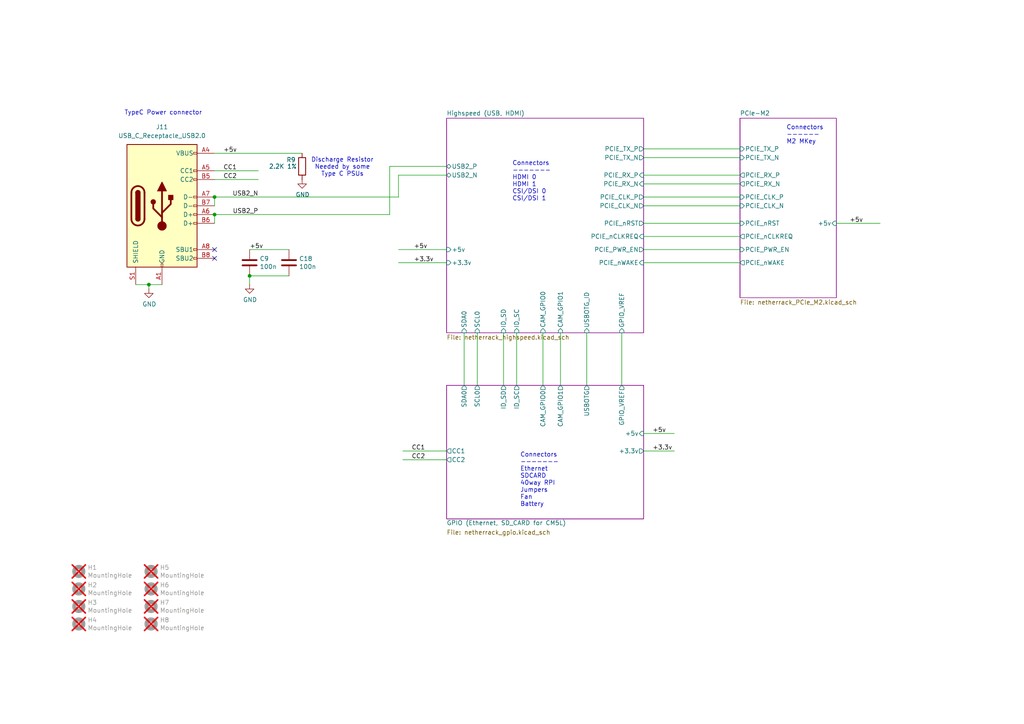
<source format=kicad_sch>
(kicad_sch (version 20250114) (generator "eeschema") (generator_version "9.0")
  (paper "A4")
  (title_block (title "Netherrack Home Server") (rev "1") (comment 1 "Source: raspberrypi.com"))
  (lib_symbols
    (symbol "Connector:USB_C_Receptacle_USB2.0_16P" (pin_names (offset 1.016))
      (property "Reference" "J" (at 0 22.225 0))
      (property "Value" "USB_C_Receptacle_USB2.0_16P" (at 0 19.685 0))
      (symbol "USB_C_Receptacle_USB2.0_16P_0_0"
        (rectangle (start -0.254 -17.78) (end 0.254 -16.764))
        (rectangle (start 10.16 15.494) (end 9.144 14.986))
        (rectangle (start 10.16 10.414) (end 9.144 9.906))
        (rectangle (start 10.16 7.874) (end 9.144 7.366))
        (rectangle (start 10.16 2.794) (end 9.144 2.286))
        (rectangle (start 10.16 0.254) (end 9.144 -0.254))
        (rectangle (start 10.16 -2.286) (end 9.144 -2.794))
        (rectangle (start 10.16 -4.826) (end 9.144 -5.334))
        (rectangle (start 10.16 -12.446) (end 9.144 -12.954))
        (rectangle (start 10.16 -14.986) (end 9.144 -15.494))
      )
      (symbol "USB_C_Receptacle_USB2.0_16P_0_1"
        (rectangle (start -10.16 17.78) (end 10.16 -17.78) (stroke (width 0.254)) (fill (type background)))
        (polyline (pts (xy -8.89 -3.81) (xy -8.89 3.81)) (stroke (width 0.508)))
        (rectangle (start -7.62 -3.81) (end -6.35 3.81) (stroke (width 0.254)) (fill (type outline)))
        (arc (start -7.62 3.81) (mid -6.985 4.4423) (end -6.35 3.81) (stroke (width 0.254)))
        (arc (start -7.62 3.81) (mid -6.985 4.4423) (end -6.35 3.81) (stroke (width 0.254)) (fill (type outline)))
        (arc (start -8.89 3.81) (mid -6.985 5.7067) (end -5.08 3.81) (stroke (width 0.508)))
        (arc (start -5.08 -3.81) (mid -6.985 -5.7067) (end -8.89 -3.81) (stroke (width 0.508)))
        (arc (start -6.35 -3.81) (mid -6.985 -4.4423) (end -7.62 -3.81) (stroke (width 0.254)))
        (arc (start -6.35 -3.81) (mid -6.985 -4.4423) (end -7.62 -3.81) (stroke (width 0.254)) (fill (type outline)))
        (polyline (pts (xy -5.08 3.81) (xy -5.08 -3.81)) (stroke (width 0.508)))
        (circle (center -2.54 1.143) (radius 0.635) (stroke (width 0.254)) (fill (type outline)))
        (polyline (pts (xy -1.27 4.318) (xy 0 6.858) (xy 1.27 4.318) (xy -1.27 4.318)) (stroke (width 0.254)) (fill (type outline)))
        (polyline (pts (xy 0 -2.032) (xy 2.54 0.508) (xy 2.54 1.778)) (stroke (width 0.508)))
        (polyline (pts (xy 0 -3.302) (xy -2.54 -0.762) (xy -2.54 0.508)) (stroke (width 0.508)))
        (polyline (pts (xy 0 -5.842) (xy 0 4.318)) (stroke (width 0.508)))
        (circle (center 0 -5.842) (radius 1.27) (fill (type outline)))
        (rectangle (start 1.905 1.778) (end 3.175 3.048) (stroke (width 0.254)) (fill (type outline)))
      )
      (symbol "USB_C_Receptacle_USB2.0_16P_1_1"
        (pin passive line (at -7.62 -22.86 90) (length 5.08) (name "SHIELD") (number "S1"))
        (pin passive line (at 0 -22.86 90) (length 5.08) (name "GND") (number "A1"))
        (pin passive line (at 0 -22.86 90) (length 5.08) (hide yes) (name "GND") (number "A12"))
        (pin passive line (at 0 -22.86 90) (length 5.08) (hide yes) (name "GND") (number "B1"))
        (pin passive line (at 0 -22.86 90) (length 5.08) (hide yes) (name "GND") (number "B12"))
        (pin passive line (at 15.24 15.24 180) (length 5.08) (name "VBUS") (number "A4"))
        (pin passive line (at 15.24 15.24 180) (length 5.08) (hide yes) (name "VBUS") (number "A9"))
        (pin passive line (at 15.24 15.24 180) (length 5.08) (hide yes) (name "VBUS") (number "B4"))
        (pin passive line (at 15.24 15.24 180) (length 5.08) (hide yes) (name "VBUS") (number "B9"))
        (pin bidirectional line (at 15.24 10.16 180) (length 5.08) (name "CC1") (number "A5"))
        (pin bidirectional line (at 15.24 7.62 180) (length 5.08) (name "CC2") (number "B5"))
        (pin bidirectional line (at 15.24 2.54 180) (length 5.08) (name "D-") (number "A7"))
        (pin bidirectional line (at 15.24 0 180) (length 5.08) (name "D-") (number "B7"))
        (pin bidirectional line (at 15.24 -2.54 180) (length 5.08) (name "D+") (number "A6"))
        (pin bidirectional line (at 15.24 -5.08 180) (length 5.08) (name "D+") (number "B6"))
        (pin bidirectional line (at 15.24 -12.7 180) (length 5.08) (name "SBU1") (number "A8"))
        (pin bidirectional line (at 15.24 -15.24 180) (length 5.08) (name "SBU2") (number "B8"))
      )
    )
    (symbol "Device:C" (pin_numbers (hide yes)) (pin_names (offset 0.254))
      (property "Reference" "C" (at 0.635 2.54 0))
      (property "Value" "C" (at 0.635 -2.54 0))
      (symbol "C_0_1"
        (polyline (pts (xy -2.032 0.762) (xy 2.032 0.762)) (stroke (width 0.508)))
        (polyline (pts (xy -2.032 -0.762) (xy 2.032 -0.762)) (stroke (width 0.508)))
      )
      (symbol "C_1_1"
        (pin passive line (at 0 3.81 270) (length 2.794) (name "~") (number "1"))
        (pin passive line (at 0 -3.81 90) (length 2.794) (name "~") (number "2"))
      )
    )
    (symbol "Device:R" (pin_numbers (hide yes)) (pin_names (offset 0))
      (property "Reference" "R" (at 2.032 0 90))
      (property "Value" "R" (at 0 0 90))
      (symbol "R_0_1"
        (rectangle (start -1.016 -2.54) (end 1.016 2.54) (stroke (width 0.254)))
      )
      (symbol "R_1_1"
        (pin passive line (at 0 3.81 270) (length 1.27) (name "~") (number "1"))
        (pin passive line (at 0 -3.81 90) (length 1.27) (name "~") (number "2"))
      )
    )
    (symbol "Mechanical:MountingHole" (pin_names (offset 1.016))
      (property "Reference" "H" (at 0 5.08 0))
      (property "Value" "MountingHole" (at 0 3.175 0))
      (symbol "MountingHole_0_1"
        (circle (center 0 0) (radius 1.27) (stroke (width 1.27)))
      )
    )
    (symbol "power:GND" (power) (pin_numbers (hide yes)) (pin_names (offset 0) (hide yes))
      (property "Value" "GND" (at 0 -3.81 0))
      (symbol "GND_0_1"
        (polyline (pts (xy 0 0) (xy 0 -1.27) (xy 1.27 -1.27) (xy 0 -2.54) (xy -1.27 -1.27) (xy 0 -1.27)))
      )
      (symbol "GND_1_1"
        (pin power_in line (at 0 0 270) (length 0) (name "~") (number "1"))
      )
    )
  )
  (text "Connectors\n-------\nEthernet\nSDCARD\n40way RPI\nJumpers\nFan\nBattery" (at 150.876 147.066 0) (effects (font (size 1.27 1.27)) (justify left bottom)))
  (text "Connectors\n------\nM2 MKey" (at 228.092 41.91 0) (effects (font (size 1.27 1.27)) (justify left bottom)))
  (text "Discharge Resistor\nNeeded by some\nType C PSUs" (at 99.314 48.514 0) (effects (font (size 1.27 1.27))))
  (text "TypeC Power connector" (at 36.068 33.528 0) (effects (font (size 1.27 1.27)) (justify left bottom)))
  (text "Connectors\n-------\nHDMI 0\nHDMI 1\nCSI/DSI 0\nCSI/DSI 1" (at 148.59 58.42 0) (effects (font (size 1.27 1.27)) (justify left bottom)))
  (junction (at 43.18 82.55))
  (junction (at 72.39 80.01))
  (junction (at 62.23 62.23))
  (junction (at 62.23 57.15))
  (no_connect (at 62.23 74.93))
  (no_connect (at 62.23 72.39))
  (wire (pts (xy 115.57 76.2) (xy 129.54 76.2)))
  (wire (pts (xy 186.69 130.81) (xy 195.58 130.81)))
  (wire (pts (xy 180.34 96.52) (xy 180.34 111.76)))
  (wire (pts (xy 113.03 48.26) (xy 129.54 48.26)))
  (wire (pts (xy 186.69 53.34) (xy 214.63 53.34)))
  (wire (pts (xy 62.23 52.07) (xy 74.93 52.07)))
  (wire (pts (xy 186.69 68.58) (xy 214.63 68.58)))
  (wire (pts (xy 115.57 57.15) (xy 115.57 50.8)))
  (wire (pts (xy 43.18 83.82) (xy 43.18 82.55)))
  (wire (pts (xy 134.62 96.52) (xy 134.62 111.76)))
  (wire (pts (xy 186.69 43.18) (xy 214.63 43.18)))
  (wire (pts (xy 72.39 80.01) (xy 83.82 80.01)))
  (wire (pts (xy 62.23 62.23) (xy 113.03 62.23)))
  (wire (pts (xy 149.86 96.52) (xy 149.86 111.76)))
  (wire (pts (xy 138.43 96.52) (xy 138.43 111.76)))
  (wire (pts (xy 116.84 133.35) (xy 129.54 133.35)))
  (wire (pts (xy 186.69 57.15) (xy 214.63 57.15)))
  (wire (pts (xy 157.48 96.52) (xy 157.48 111.76)))
  (wire (pts (xy 113.03 48.26) (xy 113.03 62.23)))
  (wire (pts (xy 162.56 96.52) (xy 162.56 111.76)))
  (wire (pts (xy 186.69 50.8) (xy 214.63 50.8)))
  (wire (pts (xy 72.39 80.01) (xy 72.39 82.55)))
  (wire (pts (xy 170.18 96.52) (xy 170.18 111.76)))
  (wire (pts (xy 186.69 64.77) (xy 214.63 64.77)))
  (wire (pts (xy 62.23 44.45) (xy 87.63 44.45)))
  (wire (pts (xy 62.23 62.23) (xy 62.23 64.77)))
  (wire (pts (xy 72.39 72.39) (xy 83.82 72.39)))
  (wire (pts (xy 242.57 64.77) (xy 255.27 64.77)))
  (wire (pts (xy 186.69 72.39) (xy 214.63 72.39)))
  (wire (pts (xy 43.18 82.55) (xy 46.99 82.55)))
  (wire (pts (xy 186.69 59.69) (xy 214.63 59.69)))
  (wire (pts (xy 39.37 82.55) (xy 43.18 82.55)))
  (wire (pts (xy 62.23 49.53) (xy 74.93 49.53)))
  (wire (pts (xy 146.05 96.52) (xy 146.05 111.76)))
  (wire (pts (xy 186.69 125.73) (xy 195.58 125.73)))
  (wire (pts (xy 62.23 57.15) (xy 62.23 59.69)))
  (wire (pts (xy 116.84 130.81) (xy 129.54 130.81)))
  (wire (pts (xy 115.57 72.39) (xy 129.54 72.39)))
  (wire (pts (xy 115.57 50.8) (xy 129.54 50.8)))
  (wire (pts (xy 186.69 45.72) (xy 214.63 45.72)))
  (wire (pts (xy 62.23 57.15) (xy 115.57 57.15)))
  (wire (pts (xy 186.69 76.2) (xy 214.63 76.2)))
  (label "+5v" (at 72.39 72.39 0))
  (label "CC1" (at 119.38 130.81 0))
  (label "CC2" (at 119.38 133.35 0))
  (label "+5v" (at 246.38 64.77 0))
  (label "+5v" (at 189.23 125.73 0))
  (label "+5v" (at 120.015 72.39 0))
  (label "USB2_P" (at 74.93 62.23 180))
  (label "CC1" (at 64.77 49.53 0))
  (label "USB2_N" (at 74.93 57.15 180))
  (label "+3.3v" (at 189.23 130.81 0))
  (label "+3.3v" (at 120.015 76.2 0))
  (label "CC2" (at 64.77 52.07 0))
  (label "+5v" (at 64.77 44.45 0))
  (symbol (lib_id "Mechanical:MountingHole") (at 22.86 180.975 0) (unit 1) (exclude_from_sim yes) (in_bom no) (dnp yes)
    (property "Reference" "H4" (at 25.4 179.832 0) (effects (justify left)))
    (property "Value" "MountingHole" (at 25.4 182.118 0) (effects (justify left)))
    (property "Footprint" "CM5IO:MountingHole_2.7mm_M2.5_DIN965" (effects (hide yes)))
    (property "Field4" "nf" (effects (hide yes)))
    (property "Field5" "nf" (effects (hide yes)))
    (property "Field6" "nf" (effects (hide yes)))
    (property "Field7" "nf" (effects (hide yes)))
    (property "Part Description" "M2.5 mounting hole" (effects (hide yes)))
  )
  (symbol (lib_id "Mechanical:MountingHole") (at 22.86 175.895 0) (unit 1) (exclude_from_sim yes) (in_bom no) (dnp yes)
    (property "Reference" "H3" (at 25.4 174.752 0) (effects (justify left)))
    (property "Value" "MountingHole" (at 25.4 177.038 0) (effects (justify left)))
    (property "Footprint" "CM5IO:MountingHole_2.7mm_M2.5_DIN965" (effects (hide yes)))
    (property "Field4" "nf" (effects (hide yes)))
    (property "Field5" "nf" (effects (hide yes)))
    (property "Field6" "nf" (effects (hide yes)))
    (property "Field7" "nf" (effects (hide yes)))
    (property "Part Description" "M2.5 mounting hole" (effects (hide yes)))
  )
  (symbol (lib_id "Mechanical:MountingHole") (at 22.86 170.815 0) (unit 1) (exclude_from_sim yes) (in_bom no) (dnp yes)
    (property "Reference" "H2" (at 25.4 169.672 0) (effects (justify left)))
    (property "Value" "MountingHole" (at 25.4 171.958 0) (effects (justify left)))
    (property "Footprint" "CM5IO:MountingHole_2.7mm_M2.5_DIN965" (effects (hide yes)))
    (property "Field4" "nf" (effects (hide yes)))
    (property "Field5" "nf" (effects (hide yes)))
    (property "Field6" "nf" (effects (hide yes)))
    (property "Field7" "nf" (effects (hide yes)))
    (property "Part Description" "M2.5 mounting hole" (effects (hide yes)))
  )
  (symbol (lib_id "Mechanical:MountingHole") (at 22.86 165.735 0) (unit 1) (exclude_from_sim yes) (in_bom no) (dnp yes)
    (property "Reference" "H1" (at 25.4 164.592 0) (effects (justify left)))
    (property "Value" "MountingHole" (at 25.4 166.878 0) (effects (justify left)))
    (property "Footprint" "CM5IO:MountingHole_2.7mm_M2.5_DIN965" (effects (hide yes)))
    (property "Field4" "nf" (effects (hide yes)))
    (property "Field5" "nf" (effects (hide yes)))
    (property "Field6" "nf" (effects (hide yes)))
    (property "Field7" "nf" (effects (hide yes)))
    (property "Part Description" "M2.5 mounting hole" (effects (hide yes)))
  )
  (symbol (lib_id "Mechanical:MountingHole") (at 43.815 165.735 0) (unit 1) (exclude_from_sim yes) (in_bom no) (dnp yes)
    (property "Reference" "H5" (at 46.355 164.592 0) (effects (justify left)))
    (property "Value" "MountingHole" (at 46.355 166.878 0) (effects (justify left)))
    (property "Footprint" "CM5IO:MountingHole_2.7mm_M2.5_DIN965" (effects (hide yes)))
    (property "Field4" "nf" (effects (hide yes)))
    (property "Field5" "nf" (effects (hide yes)))
    (property "Field6" "nf" (effects (hide yes)))
    (property "Field7" "nf" (effects (hide yes)))
    (property "Part Description" "M2.5 mounting hole" (effects (hide yes)))
  )
  (symbol (lib_id "Mechanical:MountingHole") (at 43.815 180.975 0) (unit 1) (exclude_from_sim yes) (in_bom no) (dnp yes)
    (property "Reference" "H8" (at 46.355 179.832 0) (effects (justify left)))
    (property "Value" "MountingHole" (at 46.355 182.118 0) (effects (justify left)))
    (property "Footprint" "CM5IO:MountingHole_2.7mm_M2.5_DIN965" (effects (hide yes)))
    (property "Field4" "nf" (effects (hide yes)))
    (property "Field5" "nf" (effects (hide yes)))
    (property "Field6" "nf" (effects (hide yes)))
    (property "Field7" "nf" (effects (hide yes)))
    (property "Part Description" "M2.5 mounting hole" (effects (hide yes)))
  )
  (symbol (lib_id "Mechanical:MountingHole") (at 43.815 175.895 0) (unit 1) (exclude_from_sim yes) (in_bom no) (dnp yes)
    (property "Reference" "H7" (at 46.355 174.752 0) (effects (justify left)))
    (property "Value" "MountingHole" (at 46.355 177.038 0) (effects (justify left)))
    (property "Footprint" "CM5IO:MountingHole_2.7mm_M2.5_DIN965" (effects (hide yes)))
    (property "Field4" "nf" (effects (hide yes)))
    (property "Field5" "nf" (effects (hide yes)))
    (property "Field6" "nf" (effects (hide yes)))
    (property "Field7" "nf" (effects (hide yes)))
    (property "Part Description" "M2.5 mounting hole" (effects (hide yes)))
  )
  (symbol (lib_id "Mechanical:MountingHole") (at 43.815 170.815 0) (unit 1) (exclude_from_sim yes) (in_bom no) (dnp yes)
    (property "Reference" "H6" (at 46.355 169.672 0) (effects (justify left)))
    (property "Value" "MountingHole" (at 46.355 171.958 0) (effects (justify left)))
    (property "Footprint" "CM5IO:MountingHole_2.7mm_M2.5_DIN965" (effects (hide yes)))
    (property "Field4" "nf" (effects (hide yes)))
    (property "Field5" "nf" (effects (hide yes)))
    (property "Field6" "nf" (effects (hide yes)))
    (property "Field7" "nf" (effects (hide yes)))
    (property "Part Description" "M2.5 mounting hole" (effects (hide yes)))
  )
  (symbol (lib_id "power:GND") (at 87.63 52.07 0) (unit 1)
    (property "Reference" "#PWR031" (effects (hide yes)))
    (property "Value" "GND" (at 87.757 56.4642 0))
    (property "Description" "Power symbol creates a global label with name \"GND\" , ground" (effects (hide yes)))
  )
  (symbol (lib_id "Device:C") (at 83.82 76.2 0) (unit 1)
    (property "Reference" "C18" (at 86.741 75.0316 0) (effects (justify left)))
    (property "Value" "100n" (at 86.741 77.343 0) (effects (justify left)))
    (property "Footprint" "Capacitor_SMD:C_0402_1005Metric" (effects (hide yes)))
    (property "Datasheet" "https://search.murata.co.jp/Ceramy/image/img/A01X/G101/ENG/GRM155R71C104KA88-01.pdf" (effects (hide yes)))
    (property "Field4" "Farnell" (effects (hide yes)))
    (property "Field5" "2611911" (effects (hide yes)))
    (property "Field6" "RM EMK105 B7104KV-F" (effects (hide yes)))
    (property "Field7" "TAIYO YUDEN EUROPE GMBH" (effects (hide yes)))
    (property "Field8" "110091611" (effects (hide yes)))
    (property "Part Description" "	0.1uF 10% 16V Ceramic Capacitor X7R 0402 (1005 Metric)" (effects (hide yes)))
  )
  (symbol (lib_id "Connector:USB_C_Receptacle_USB2.0_16P") (at 46.99 59.69 0) (unit 1)
    (property "Reference" "J11" (at 46.99 36.83 0))
    (property "Value" "USB_C_Receptacle_USB2.0" (at 46.99 39.37 0))
    (property "Footprint" "Connector_USB:USB_C_Receptacle_GCT_USB4105-xx-A_16P_TopMnt_Horizontal" (effects (hide yes)))
    (property "Datasheet" "https://www.usb.org/sites/default/files/documents/usb_type-c.zip" (effects (hide yes)))
    (property "Field5" "USBF31-0171" (effects (hide yes)))
    (property "Field6" "USBF31-0171" (effects (hide yes)))
    (property "Field7" "MTCONN" (effects (hide yes)))
    (property "Part Description" "USBC USB2 data and power connector" (effects (hide yes)))
  )
  (symbol (lib_id "Device:R") (at 87.63 48.26 0) (unit 1)
    (property "Reference" "R9" (at 83.058 46.355 0) (effects (justify left)))
    (property "Value" "2.2K 1%" (at 77.978 48.26 0) (effects (justify left)))
    (property "Footprint" "Resistor_SMD:R_0402_1005Metric" (effects (hide yes)))
    (property "Datasheet" "https://fscdn.rohm.com/en/products/databook/datasheet/passive/resistor/chip_resistor/mcr-e.pdf" (effects (hide yes)))
    (property "Field4" "Farnell" (effects (hide yes)))
    (property "Part Description" "Resistor 2.2K M1005 1% 63mW" (effects (hide yes)))
  )
  (symbol (lib_id "Device:C") (at 72.39 76.2 0) (unit 1)
    (property "Reference" "C9" (at 75.311 75.0316 0) (effects (justify left)))
    (property "Value" "100n" (at 75.311 77.343 0) (effects (justify left)))
    (property "Footprint" "Capacitor_SMD:C_0402_1005Metric" (effects (hide yes)))
    (property "Datasheet" "https://search.murata.co.jp/Ceramy/image/img/A01X/G101/ENG/GRM155R71C104KA88-01.pdf" (effects (hide yes)))
    (property "Field4" "Farnell" (effects (hide yes)))
    (property "Field5" "2611911" (effects (hide yes)))
    (property "Field6" "RM EMK105 B7104KV-F" (effects (hide yes)))
    (property "Field7" "TAIYO YUDEN EUROPE GMBH" (effects (hide yes)))
    (property "Field8" "110091611" (effects (hide yes)))
    (property "Part Description" "	0.1uF 10% 16V Ceramic Capacitor X7R 0402 (1005 Metric)" (effects (hide yes)))
  )
  (symbol (lib_id "power:GND") (at 43.18 83.82 0) (unit 1)
    (property "Reference" "#PWR02" (effects (hide yes)))
    (property "Value" "GND" (at 43.307 88.2142 0))
    (property "Description" "Power symbol creates a global label with name \"GND\" , ground" (effects (hide yes)))
  )
  (symbol (lib_id "power:GND") (at 72.39 82.55 0) (unit 1)
    (property "Reference" "#PWR013" (effects (hide yes)))
    (property "Value" "GND" (at 72.517 86.9442 0))
    (property "Description" "Power symbol creates a global label with name \"GND\" , ground" (effects (hide yes)))
  )
  (sheet (at 129.54 111.76) (size 57.15 38.735) (stroke (width 0.1524) (color 132 0 132 1)) (fill (color 255 255 255 0.0000))
    (property "Sheetname" "GPIO (Ethernet, SD_CARD for CM5L)" (at 129.54 152.4 0) (effects (justify left bottom)))
    (property "Sheetfile" "netherrack_gpio.kicad_sch" (at 129.54 153.67 0) (effects (justify left top)))
    (pin "ID_SC" output (at 149.86 111.76 90))
    (pin "ID_SD" output (at 146.05 111.76 90))
    (pin "SCL0" output (at 138.43 111.76 90))
    (pin "SDA0" output (at 134.62 111.76 90))
    (pin "+5v" input (at 186.69 125.73 0))
    (pin "+3.3v" output (at 186.69 130.81 0))
    (pin "GPIO_VREF" output (at 180.34 111.76 90))
    (pin "CAM_GPIO0" output (at 157.48 111.76 90))
    (pin "CAM_GPIO1" output (at 162.56 111.76 90))
    (pin "CC1" output (at 129.54 130.81 180))
    (pin "USBOTG" output (at 170.18 111.76 90))
    (pin "CC2" output (at 129.54 133.35 180))
  )
  (sheet (at 129.54 34.29) (size 57.15 62.23) (stroke (width 0.1524) (color 132 0 132 1)) (fill (color 255 255 255 0.0000))
    (property "Sheetname" "Highspeed (USB, HDMI)" (at 129.54 33.5784 0) (effects (justify left bottom)))
    (property "Sheetfile" "netherrack_highspeed.kicad_sch" (at 129.54 97.1046 0) (effects (justify left top)))
    (pin "USB2_N" bidirectional (at 129.54 50.8 180))
    (pin "USB2_P" bidirectional (at 129.54 48.26 180))
    (pin "ID_SC" input (at 149.86 96.52 270))
    (pin "ID_SD" input (at 146.05 96.52 270))
    (pin "SCL0" input (at 138.43 96.52 270))
    (pin "SDA0" input (at 134.62 96.52 270))
    (pin "+5v" input (at 129.54 72.39 180))
    (pin "PCIE_CLK_P" output (at 186.69 57.15 0))
    (pin "PCIE_CLK_N" output (at 186.69 59.69 0))
    (pin "PCIE_TX_P" output (at 186.69 43.18 0))
    (pin "PCIE_TX_N" output (at 186.69 45.72 0))
    (pin "PCIE_nRST" output (at 186.69 64.77 0))
    (pin "PCIE_RX_P" input (at 186.69 50.8 0))
    (pin "PCIE_RX_N" input (at 186.69 53.34 0))
    (pin "PCIE_nCLKREQ" input (at 186.69 68.58 0))
    (pin "+3.3v" input (at 129.54 76.2 180))
    (pin "USBOTG_ID" input (at 170.18 96.52 270))
    (pin "GPIO_VREF" input (at 180.34 96.52 270))
    (pin "PCIE_PWR_EN" output (at 186.69 72.39 0))
    (pin "PCIE_nWAKE" input (at 186.69 76.2 0))
    (pin "CAM_GPIO0" input (at 157.48 96.52 270))
    (pin "CAM_GPIO1" input (at 162.56 96.52 270))
  )
  (sheet (at 214.63 34.29) (size 27.94 52.07) (stroke (width 0.152) (color 132 0 132 1)) (fill (color 255 255 255 0.0000))
    (property "Sheetname" "PCIe-M2" (at 214.63 33.5786 0) (effects (justify left bottom)))
    (property "Sheetfile" "netherrack_PCIe_M2.kicad_sch" (at 214.63 86.9444 0) (effects (justify left top)))
    (pin "PCIE_CLK_P" input (at 214.63 57.15 180))
    (pin "PCIE_CLK_N" input (at 214.63 59.69 180))
    (pin "PCIE_TX_P" input (at 214.63 43.18 180))
    (pin "PCIE_TX_N" input (at 214.63 45.72 180))
    (pin "PCIE_nCLKREQ" output (at 214.63 68.58 180))
    (pin "PCIE_nRST" input (at 214.63 64.77 180))
    (pin "PCIE_RX_P" output (at 214.63 50.8 180))
    (pin "PCIE_RX_N" output (at 214.63 53.34 180))
    (pin "+5v" input (at 242.57 64.77 0))
    (pin "PCIE_PWR_EN" input (at 214.63 72.39 180))
    (pin "PCIE_nWAKE" output (at 214.63 76.2 180))
  )
)
</source>
